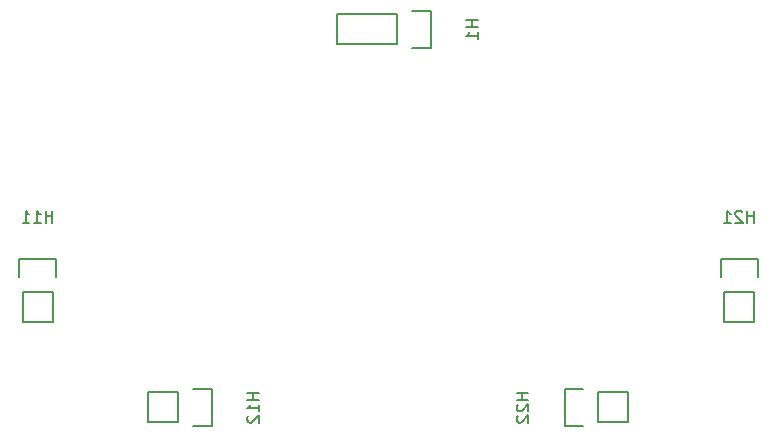
<source format=gbr>
G04 #@! TF.FileFunction,Legend,Bot*
%FSLAX46Y46*%
G04 Gerber Fmt 4.6, Leading zero omitted, Abs format (unit mm)*
G04 Created by KiCad (PCBNEW 4.0.7) date Sunday 08 October 2017 21:23:55*
%MOMM*%
%LPD*%
G01*
G04 APERTURE LIST*
%ADD10C,0.100000*%
%ADD11C,0.150000*%
G04 APERTURE END LIST*
D10*
D11*
X132270000Y-63270000D02*
X127190000Y-63270000D01*
X127190000Y-63270000D02*
X127190000Y-60730000D01*
X127190000Y-60730000D02*
X132270000Y-60730000D01*
X135090000Y-60450000D02*
X133540000Y-60450000D01*
X132270000Y-60730000D02*
X132270000Y-63270000D01*
X133540000Y-63550000D02*
X135090000Y-63550000D01*
X135090000Y-63550000D02*
X135090000Y-60450000D01*
X100540000Y-84270000D02*
X100540000Y-86810000D01*
X100260000Y-81450000D02*
X100260000Y-83000000D01*
X100540000Y-84270000D02*
X103080000Y-84270000D01*
X103360000Y-83000000D02*
X103360000Y-81450000D01*
X103360000Y-81450000D02*
X100260000Y-81450000D01*
X103080000Y-84270000D02*
X103080000Y-86810000D01*
X103080000Y-86810000D02*
X100540000Y-86810000D01*
X113730000Y-92730000D02*
X111190000Y-92730000D01*
X116550000Y-92450000D02*
X115000000Y-92450000D01*
X113730000Y-92730000D02*
X113730000Y-95270000D01*
X115000000Y-95550000D02*
X116550000Y-95550000D01*
X116550000Y-95550000D02*
X116550000Y-92450000D01*
X113730000Y-95270000D02*
X111190000Y-95270000D01*
X111190000Y-95270000D02*
X111190000Y-92730000D01*
X159940000Y-84270000D02*
X159940000Y-86810000D01*
X159660000Y-81450000D02*
X159660000Y-83000000D01*
X159940000Y-84270000D02*
X162480000Y-84270000D01*
X162760000Y-83000000D02*
X162760000Y-81450000D01*
X162760000Y-81450000D02*
X159660000Y-81450000D01*
X162480000Y-84270000D02*
X162480000Y-86810000D01*
X162480000Y-86810000D02*
X159940000Y-86810000D01*
X149270000Y-95270000D02*
X151810000Y-95270000D01*
X146450000Y-95550000D02*
X148000000Y-95550000D01*
X149270000Y-95270000D02*
X149270000Y-92730000D01*
X148000000Y-92450000D02*
X146450000Y-92450000D01*
X146450000Y-92450000D02*
X146450000Y-95550000D01*
X149270000Y-92730000D02*
X151810000Y-92730000D01*
X151810000Y-92730000D02*
X151810000Y-95270000D01*
X139092381Y-61238095D02*
X138092381Y-61238095D01*
X138568571Y-61238095D02*
X138568571Y-61809524D01*
X139092381Y-61809524D02*
X138092381Y-61809524D01*
X139092381Y-62809524D02*
X139092381Y-62238095D01*
X139092381Y-62523809D02*
X138092381Y-62523809D01*
X138235238Y-62428571D01*
X138330476Y-62333333D01*
X138378095Y-62238095D01*
X103048095Y-78352381D02*
X103048095Y-77352381D01*
X103048095Y-77828571D02*
X102476666Y-77828571D01*
X102476666Y-78352381D02*
X102476666Y-77352381D01*
X101476666Y-78352381D02*
X102048095Y-78352381D01*
X101762381Y-78352381D02*
X101762381Y-77352381D01*
X101857619Y-77495238D01*
X101952857Y-77590476D01*
X102048095Y-77638095D01*
X100524285Y-78352381D02*
X101095714Y-78352381D01*
X100810000Y-78352381D02*
X100810000Y-77352381D01*
X100905238Y-77495238D01*
X101000476Y-77590476D01*
X101095714Y-77638095D01*
X120552381Y-92761905D02*
X119552381Y-92761905D01*
X120028571Y-92761905D02*
X120028571Y-93333334D01*
X120552381Y-93333334D02*
X119552381Y-93333334D01*
X120552381Y-94333334D02*
X120552381Y-93761905D01*
X120552381Y-94047619D02*
X119552381Y-94047619D01*
X119695238Y-93952381D01*
X119790476Y-93857143D01*
X119838095Y-93761905D01*
X119647619Y-94714286D02*
X119600000Y-94761905D01*
X119552381Y-94857143D01*
X119552381Y-95095239D01*
X119600000Y-95190477D01*
X119647619Y-95238096D01*
X119742857Y-95285715D01*
X119838095Y-95285715D01*
X119980952Y-95238096D01*
X120552381Y-94666667D01*
X120552381Y-95285715D01*
X162448095Y-78352381D02*
X162448095Y-77352381D01*
X162448095Y-77828571D02*
X161876666Y-77828571D01*
X161876666Y-78352381D02*
X161876666Y-77352381D01*
X161448095Y-77447619D02*
X161400476Y-77400000D01*
X161305238Y-77352381D01*
X161067142Y-77352381D01*
X160971904Y-77400000D01*
X160924285Y-77447619D01*
X160876666Y-77542857D01*
X160876666Y-77638095D01*
X160924285Y-77780952D01*
X161495714Y-78352381D01*
X160876666Y-78352381D01*
X159924285Y-78352381D02*
X160495714Y-78352381D01*
X160210000Y-78352381D02*
X160210000Y-77352381D01*
X160305238Y-77495238D01*
X160400476Y-77590476D01*
X160495714Y-77638095D01*
X143352381Y-92761905D02*
X142352381Y-92761905D01*
X142828571Y-92761905D02*
X142828571Y-93333334D01*
X143352381Y-93333334D02*
X142352381Y-93333334D01*
X142447619Y-93761905D02*
X142400000Y-93809524D01*
X142352381Y-93904762D01*
X142352381Y-94142858D01*
X142400000Y-94238096D01*
X142447619Y-94285715D01*
X142542857Y-94333334D01*
X142638095Y-94333334D01*
X142780952Y-94285715D01*
X143352381Y-93714286D01*
X143352381Y-94333334D01*
X142447619Y-94714286D02*
X142400000Y-94761905D01*
X142352381Y-94857143D01*
X142352381Y-95095239D01*
X142400000Y-95190477D01*
X142447619Y-95238096D01*
X142542857Y-95285715D01*
X142638095Y-95285715D01*
X142780952Y-95238096D01*
X143352381Y-94666667D01*
X143352381Y-95285715D01*
M02*

</source>
